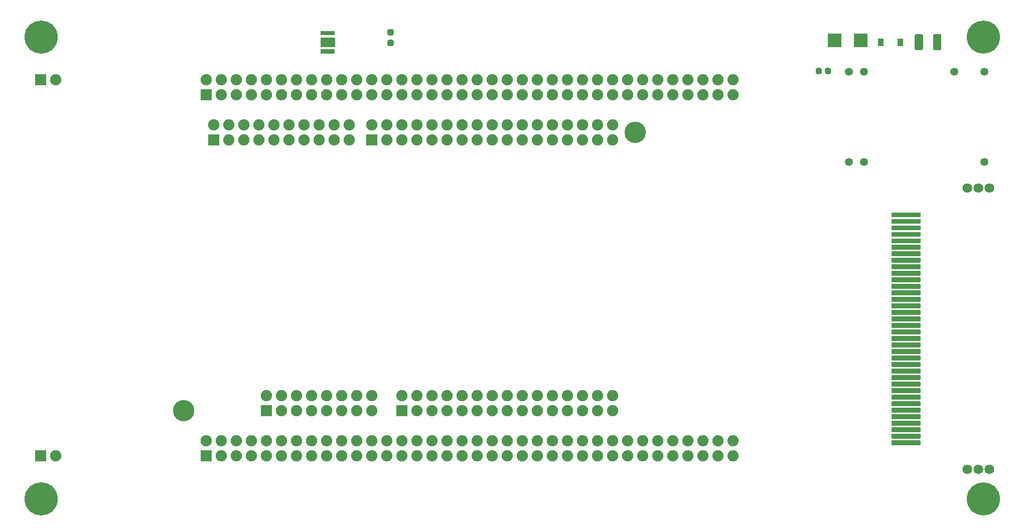
<source format=gbr>
%TF.GenerationSoftware,KiCad,Pcbnew,(5.1.8)-1*%
%TF.CreationDate,2021-01-17T18:30:32+01:00*%
%TF.ProjectId,teensy4_header_breakout,7465656e-7379-4345-9f68-65616465725f,rev?*%
%TF.SameCoordinates,Original*%
%TF.FileFunction,Soldermask,Top*%
%TF.FilePolarity,Negative*%
%FSLAX46Y46*%
G04 Gerber Fmt 4.6, Leading zero omitted, Abs format (unit mm)*
G04 Created by KiCad (PCBNEW (5.1.8)-1) date 2021-01-17 18:30:32*
%MOMM*%
%LPD*%
G01*
G04 APERTURE LIST*
%ADD10C,1.901600*%
%ADD11C,3.601600*%
%ADD12C,3.701600*%
%ADD13C,5.601600*%
%ADD14C,1.351600*%
%ADD15C,1.625600*%
%ADD16C,0.100000*%
G04 APERTURE END LIST*
%TO.C,U2*%
G36*
G01*
X86696200Y-105003600D02*
X84896200Y-105003600D01*
G75*
G02*
X84845400Y-104952800I0J50800D01*
G01*
X84845400Y-103152800D01*
G75*
G02*
X84896200Y-103102000I50800J0D01*
G01*
X86696200Y-103102000D01*
G75*
G02*
X86747000Y-103152800I0J-50800D01*
G01*
X86747000Y-104952800D01*
G75*
G02*
X86696200Y-105003600I-50800J0D01*
G01*
G37*
D10*
X85796200Y-101512800D03*
X88336200Y-104052800D03*
X88336200Y-101512800D03*
X90876200Y-104052800D03*
X90876200Y-101512800D03*
X93416200Y-104052800D03*
X93416200Y-101512800D03*
X95956200Y-104052800D03*
X95956200Y-101512800D03*
X98496200Y-104052800D03*
X98496200Y-101512800D03*
X101036200Y-104052800D03*
X101036200Y-101512800D03*
X103576200Y-104052800D03*
X103576200Y-101512800D03*
X106116200Y-104052800D03*
X106116200Y-101512800D03*
X108656200Y-104052800D03*
X108656200Y-101512800D03*
X111196200Y-104052800D03*
X111196200Y-101512800D03*
X113736200Y-104052800D03*
X113736200Y-101512800D03*
X116276200Y-104052800D03*
X116276200Y-101512800D03*
X118816200Y-104052800D03*
X118816200Y-101512800D03*
X121356200Y-104052800D03*
X121356200Y-101512800D03*
X123896200Y-104052800D03*
X123896200Y-101512800D03*
X126436200Y-104052800D03*
X126436200Y-101512800D03*
X128976200Y-104052800D03*
X128976200Y-101512800D03*
X131516200Y-104052800D03*
X131516200Y-101512800D03*
X134056200Y-104052800D03*
X134056200Y-101512800D03*
X136596200Y-104052800D03*
X136596200Y-101512800D03*
X139136200Y-104052800D03*
X139136200Y-101512800D03*
X141676200Y-104052800D03*
X141676200Y-101512800D03*
X144216200Y-104052800D03*
X144216200Y-101512800D03*
X146756200Y-104052800D03*
X146756200Y-101512800D03*
X149296200Y-104052800D03*
X149296200Y-101512800D03*
X151836200Y-104052800D03*
X151836200Y-101512800D03*
X154376200Y-104052800D03*
X154376200Y-101512800D03*
X156916200Y-104052800D03*
X156916200Y-101512800D03*
X159456200Y-104052800D03*
X159456200Y-101512800D03*
X161996200Y-104052800D03*
X161996200Y-101512800D03*
X164536200Y-104052800D03*
X164536200Y-101512800D03*
X167076200Y-104052800D03*
X167076200Y-101512800D03*
X169616200Y-104052800D03*
X169616200Y-101512800D03*
X172156200Y-104052800D03*
X172156200Y-101512800D03*
X174696200Y-104052800D03*
X174696200Y-101512800D03*
G36*
G01*
X96856200Y-97383600D02*
X95056200Y-97383600D01*
G75*
G02*
X95005400Y-97332800I0J50800D01*
G01*
X95005400Y-95532800D01*
G75*
G02*
X95056200Y-95482000I50800J0D01*
G01*
X96856200Y-95482000D01*
G75*
G02*
X96907000Y-95532800I0J-50800D01*
G01*
X96907000Y-97332800D01*
G75*
G02*
X96856200Y-97383600I-50800J0D01*
G01*
G37*
X95956200Y-93892800D03*
X98496200Y-96432800D03*
X98496200Y-93892800D03*
X101036200Y-96432800D03*
X101036200Y-93892800D03*
X103576200Y-96432800D03*
X103576200Y-93892800D03*
X106116200Y-96432800D03*
X106116200Y-93892800D03*
X108656200Y-96432800D03*
X108656200Y-93892800D03*
X111196200Y-96432800D03*
X111196200Y-93892800D03*
X113736200Y-96432800D03*
X113736200Y-93892800D03*
G36*
G01*
X119716200Y-97383600D02*
X117916200Y-97383600D01*
G75*
G02*
X117865400Y-97332800I0J50800D01*
G01*
X117865400Y-95532800D01*
G75*
G02*
X117916200Y-95482000I50800J0D01*
G01*
X119716200Y-95482000D01*
G75*
G02*
X119767000Y-95532800I0J-50800D01*
G01*
X119767000Y-97332800D01*
G75*
G02*
X119716200Y-97383600I-50800J0D01*
G01*
G37*
X118816200Y-93892800D03*
X121356200Y-96432800D03*
X121356200Y-93892800D03*
X123896200Y-96432800D03*
X123896200Y-93892800D03*
X126436200Y-96432800D03*
X126436200Y-93892800D03*
X128976200Y-96432800D03*
X128976200Y-93892800D03*
X131516200Y-96432800D03*
X131516200Y-93892800D03*
X134056200Y-96432800D03*
X134056200Y-93892800D03*
X136596200Y-96432800D03*
X136596200Y-93892800D03*
X139136200Y-96432800D03*
X139136200Y-93892800D03*
X141676200Y-96432800D03*
X141676200Y-93892800D03*
X144216200Y-96432800D03*
X144216200Y-93892800D03*
X146756200Y-96432800D03*
X146756200Y-93892800D03*
X149296200Y-96432800D03*
X149296200Y-93892800D03*
X151836200Y-96432800D03*
X151836200Y-93892800D03*
X154376200Y-96432800D03*
X154376200Y-93892800D03*
G36*
G01*
X87966200Y-51663600D02*
X86166200Y-51663600D01*
G75*
G02*
X86115400Y-51612800I0J50800D01*
G01*
X86115400Y-49812800D01*
G75*
G02*
X86166200Y-49762000I50800J0D01*
G01*
X87966200Y-49762000D01*
G75*
G02*
X88017000Y-49812800I0J-50800D01*
G01*
X88017000Y-51612800D01*
G75*
G02*
X87966200Y-51663600I-50800J0D01*
G01*
G37*
X87066200Y-48172800D03*
X89606200Y-50712800D03*
X89606200Y-48172800D03*
X92146200Y-50712800D03*
X92146200Y-48172800D03*
X94686200Y-50712800D03*
X94686200Y-48172800D03*
X97226200Y-50712800D03*
X97226200Y-48172800D03*
X99766200Y-50712800D03*
X99766200Y-48172800D03*
X102306200Y-50712800D03*
X102306200Y-48172800D03*
X104846200Y-50712800D03*
X104846200Y-48172800D03*
X107386200Y-50712800D03*
X107386200Y-48172800D03*
X109926200Y-50712800D03*
X109926200Y-48172800D03*
G36*
G01*
X114636200Y-51663600D02*
X112836200Y-51663600D01*
G75*
G02*
X112785400Y-51612800I0J50800D01*
G01*
X112785400Y-49812800D01*
G75*
G02*
X112836200Y-49762000I50800J0D01*
G01*
X114636200Y-49762000D01*
G75*
G02*
X114687000Y-49812800I0J-50800D01*
G01*
X114687000Y-51612800D01*
G75*
G02*
X114636200Y-51663600I-50800J0D01*
G01*
G37*
X113736200Y-48172800D03*
X116276200Y-50712800D03*
X116276200Y-48172800D03*
X118816200Y-50712800D03*
X118816200Y-48172800D03*
X121356200Y-50712800D03*
X121356200Y-48172800D03*
X123896200Y-50712800D03*
X123896200Y-48172800D03*
X126436200Y-50712800D03*
X126436200Y-48172800D03*
X128976200Y-50712800D03*
X128976200Y-48172800D03*
X131516200Y-50712800D03*
X131516200Y-48172800D03*
X134056200Y-50712800D03*
X134056200Y-48172800D03*
X136596200Y-50712800D03*
X136596200Y-48172800D03*
X139136200Y-50712800D03*
X139136200Y-48172800D03*
X141676200Y-50712800D03*
X141676200Y-48172800D03*
X144216200Y-50712800D03*
X144216200Y-48172800D03*
X146756200Y-50712800D03*
X146756200Y-48172800D03*
X149296200Y-50712800D03*
X149296200Y-48172800D03*
X151836200Y-50712800D03*
X151836200Y-48172800D03*
X154376200Y-50712800D03*
X154376200Y-48172800D03*
G36*
G01*
X86696200Y-44043600D02*
X84896200Y-44043600D01*
G75*
G02*
X84845400Y-43992800I0J50800D01*
G01*
X84845400Y-42192800D01*
G75*
G02*
X84896200Y-42142000I50800J0D01*
G01*
X86696200Y-42142000D01*
G75*
G02*
X86747000Y-42192800I0J-50800D01*
G01*
X86747000Y-43992800D01*
G75*
G02*
X86696200Y-44043600I-50800J0D01*
G01*
G37*
X85796200Y-40552800D03*
X88336200Y-43092800D03*
X88336200Y-40552800D03*
X90876200Y-43092800D03*
X90876200Y-40552800D03*
X93416200Y-43092800D03*
X93416200Y-40552800D03*
X95956200Y-43092800D03*
X95956200Y-40552800D03*
X98496200Y-43092800D03*
X98496200Y-40552800D03*
X101036200Y-43092800D03*
X101036200Y-40552800D03*
X103576200Y-43092800D03*
X103576200Y-40552800D03*
X106116200Y-43092800D03*
X106116200Y-40552800D03*
X108656200Y-43092800D03*
X108656200Y-40552800D03*
X111196200Y-43092800D03*
X111196200Y-40552800D03*
X113736200Y-43092800D03*
X113736200Y-40552800D03*
X116276200Y-43092800D03*
X116276200Y-40552800D03*
X118816200Y-43092800D03*
X118816200Y-40552800D03*
X121356200Y-43092800D03*
X121356200Y-40552800D03*
X123896200Y-43092800D03*
X123896200Y-40552800D03*
X126436200Y-43092800D03*
X126436200Y-40552800D03*
X128976200Y-43092800D03*
X128976200Y-40552800D03*
X131516200Y-43092800D03*
X131516200Y-40552800D03*
X134056200Y-43092800D03*
X134056200Y-40552800D03*
X136596200Y-43092800D03*
X136596200Y-40552800D03*
X139136200Y-43092800D03*
X139136200Y-40552800D03*
X141676200Y-43092800D03*
X141676200Y-40552800D03*
X144216200Y-43092800D03*
X144216200Y-40552800D03*
X146756200Y-43092800D03*
X146756200Y-40552800D03*
X149296200Y-43092800D03*
X149296200Y-40552800D03*
X151836200Y-43092800D03*
X151836200Y-40552800D03*
X154376200Y-43092800D03*
X154376200Y-40552800D03*
X156916200Y-43092800D03*
X156916200Y-40552800D03*
X159456200Y-43092800D03*
X159456200Y-40552800D03*
X161996200Y-43092800D03*
X161996200Y-40552800D03*
X164536200Y-43092800D03*
X164536200Y-40552800D03*
X167076200Y-43092800D03*
X167076200Y-40552800D03*
X169616200Y-43092800D03*
X169616200Y-40552800D03*
X172156200Y-43092800D03*
X172156200Y-40552800D03*
X174696200Y-43092800D03*
X174696200Y-40552800D03*
X60396200Y-104052800D03*
G36*
G01*
X58756200Y-105003600D02*
X56956200Y-105003600D01*
G75*
G02*
X56905400Y-104952800I0J50800D01*
G01*
X56905400Y-103152800D01*
G75*
G02*
X56956200Y-103102000I50800J0D01*
G01*
X58756200Y-103102000D01*
G75*
G02*
X58807000Y-103152800I0J-50800D01*
G01*
X58807000Y-104952800D01*
G75*
G02*
X58756200Y-105003600I-50800J0D01*
G01*
G37*
G36*
G01*
X58756200Y-41503600D02*
X56956200Y-41503600D01*
G75*
G02*
X56905400Y-41452800I0J50800D01*
G01*
X56905400Y-39652800D01*
G75*
G02*
X56956200Y-39602000I50800J0D01*
G01*
X58756200Y-39602000D01*
G75*
G02*
X58807000Y-39652800I0J-50800D01*
G01*
X58807000Y-41452800D01*
G75*
G02*
X58756200Y-41503600I-50800J0D01*
G01*
G37*
X60396200Y-40552800D03*
D11*
X81986200Y-96432800D03*
X158186200Y-49442800D03*
%TD*%
D12*
%TO.C,H4*%
X57929200Y-33302800D03*
D13*
X57929200Y-33302800D03*
%TD*%
D12*
%TO.C,H3*%
X216929200Y-33302800D03*
D13*
X216929200Y-33302800D03*
%TD*%
D12*
%TO.C,H2*%
X57929200Y-111302800D03*
D13*
X57929200Y-111302800D03*
%TD*%
D12*
%TO.C,H1*%
X216929200Y-111302800D03*
D13*
X216929200Y-111302800D03*
%TD*%
%TO.C,Z1*%
G36*
G01*
X192981000Y-35009400D02*
X190731000Y-35009400D01*
G75*
G02*
X190680200Y-34958600I0J50800D01*
G01*
X190680200Y-32808600D01*
G75*
G02*
X190731000Y-32757800I50800J0D01*
G01*
X192981000Y-32757800D01*
G75*
G02*
X193031800Y-32808600I0J-50800D01*
G01*
X193031800Y-34958600D01*
G75*
G02*
X192981000Y-35009400I-50800J0D01*
G01*
G37*
G36*
G01*
X197381000Y-35009400D02*
X195131000Y-35009400D01*
G75*
G02*
X195080200Y-34958600I0J50800D01*
G01*
X195080200Y-32808600D01*
G75*
G02*
X195131000Y-32757800I50800J0D01*
G01*
X197381000Y-32757800D01*
G75*
G02*
X197431800Y-32808600I0J-50800D01*
G01*
X197431800Y-34958600D01*
G75*
G02*
X197381000Y-35009400I-50800J0D01*
G01*
G37*
%TD*%
%TO.C,U1*%
G36*
G01*
X105524400Y-36139600D02*
X105174400Y-36139600D01*
G75*
G02*
X105123600Y-36088800I0J50800D01*
G01*
X105123600Y-35438800D01*
G75*
G02*
X105174400Y-35388000I50800J0D01*
G01*
X105524400Y-35388000D01*
G75*
G02*
X105575200Y-35438800I0J-50800D01*
G01*
X105575200Y-36088800D01*
G75*
G02*
X105524400Y-36139600I-50800J0D01*
G01*
G37*
G36*
G01*
X106174400Y-36139600D02*
X105824400Y-36139600D01*
G75*
G02*
X105773600Y-36088800I0J50800D01*
G01*
X105773600Y-35438800D01*
G75*
G02*
X105824400Y-35388000I50800J0D01*
G01*
X106174400Y-35388000D01*
G75*
G02*
X106225200Y-35438800I0J-50800D01*
G01*
X106225200Y-36088800D01*
G75*
G02*
X106174400Y-36139600I-50800J0D01*
G01*
G37*
G36*
G01*
X106824400Y-36139600D02*
X106474400Y-36139600D01*
G75*
G02*
X106423600Y-36088800I0J50800D01*
G01*
X106423600Y-35438800D01*
G75*
G02*
X106474400Y-35388000I50800J0D01*
G01*
X106824400Y-35388000D01*
G75*
G02*
X106875200Y-35438800I0J-50800D01*
G01*
X106875200Y-36088800D01*
G75*
G02*
X106824400Y-36139600I-50800J0D01*
G01*
G37*
G36*
G01*
X107474400Y-36139600D02*
X107124400Y-36139600D01*
G75*
G02*
X107073600Y-36088800I0J50800D01*
G01*
X107073600Y-35438800D01*
G75*
G02*
X107124400Y-35388000I50800J0D01*
G01*
X107474400Y-35388000D01*
G75*
G02*
X107525200Y-35438800I0J-50800D01*
G01*
X107525200Y-36088800D01*
G75*
G02*
X107474400Y-36139600I-50800J0D01*
G01*
G37*
G36*
G01*
X107474400Y-33039600D02*
X107124400Y-33039600D01*
G75*
G02*
X107073600Y-32988800I0J50800D01*
G01*
X107073600Y-32338800D01*
G75*
G02*
X107124400Y-32288000I50800J0D01*
G01*
X107474400Y-32288000D01*
G75*
G02*
X107525200Y-32338800I0J-50800D01*
G01*
X107525200Y-32988800D01*
G75*
G02*
X107474400Y-33039600I-50800J0D01*
G01*
G37*
G36*
G01*
X106824400Y-33039600D02*
X106474400Y-33039600D01*
G75*
G02*
X106423600Y-32988800I0J50800D01*
G01*
X106423600Y-32338800D01*
G75*
G02*
X106474400Y-32288000I50800J0D01*
G01*
X106824400Y-32288000D01*
G75*
G02*
X106875200Y-32338800I0J-50800D01*
G01*
X106875200Y-32988800D01*
G75*
G02*
X106824400Y-33039600I-50800J0D01*
G01*
G37*
G36*
G01*
X106174400Y-33039600D02*
X105824400Y-33039600D01*
G75*
G02*
X105773600Y-32988800I0J50800D01*
G01*
X105773600Y-32338800D01*
G75*
G02*
X105824400Y-32288000I50800J0D01*
G01*
X106174400Y-32288000D01*
G75*
G02*
X106225200Y-32338800I0J-50800D01*
G01*
X106225200Y-32988800D01*
G75*
G02*
X106174400Y-33039600I-50800J0D01*
G01*
G37*
G36*
G01*
X105524400Y-33039600D02*
X105174400Y-33039600D01*
G75*
G02*
X105123600Y-32988800I0J50800D01*
G01*
X105123600Y-32338800D01*
G75*
G02*
X105174400Y-32288000I50800J0D01*
G01*
X105524400Y-32288000D01*
G75*
G02*
X105575200Y-32338800I0J-50800D01*
G01*
X105575200Y-32988800D01*
G75*
G02*
X105524400Y-33039600I-50800J0D01*
G01*
G37*
G36*
G01*
X107524400Y-35039600D02*
X105124400Y-35039600D01*
G75*
G02*
X105073600Y-34988800I0J50800D01*
G01*
X105073600Y-33438800D01*
G75*
G02*
X105124400Y-33388000I50800J0D01*
G01*
X107524400Y-33388000D01*
G75*
G02*
X107575200Y-33438800I0J-50800D01*
G01*
X107575200Y-34988800D01*
G75*
G02*
X107524400Y-35039600I-50800J0D01*
G01*
G37*
%TD*%
%TO.C,R7*%
G36*
G01*
X116653300Y-33802500D02*
X117179100Y-33802500D01*
G75*
G02*
X117442000Y-34065400I0J-262900D01*
G01*
X117442000Y-34616200D01*
G75*
G02*
X117179100Y-34879100I-262900J0D01*
G01*
X116653300Y-34879100D01*
G75*
G02*
X116390400Y-34616200I0J262900D01*
G01*
X116390400Y-34065400D01*
G75*
G02*
X116653300Y-33802500I262900J0D01*
G01*
G37*
G36*
G01*
X116653300Y-31977500D02*
X117179100Y-31977500D01*
G75*
G02*
X117442000Y-32240400I0J-262900D01*
G01*
X117442000Y-32791200D01*
G75*
G02*
X117179100Y-33054100I-262900J0D01*
G01*
X116653300Y-33054100D01*
G75*
G02*
X116390400Y-32791200I0J262900D01*
G01*
X116390400Y-32240400D01*
G75*
G02*
X116653300Y-31977500I262900J0D01*
G01*
G37*
%TD*%
D14*
%TO.C,PS1*%
X194310000Y-54432200D03*
X196850000Y-54432200D03*
X217170000Y-54432200D03*
X217170000Y-39192200D03*
X212090000Y-39192200D03*
X196850000Y-39192200D03*
X194310000Y-39192200D03*
%TD*%
%TO.C,MX1*%
G36*
G01*
X206288341Y-63734480D02*
X201488339Y-63734480D01*
G75*
G02*
X201437540Y-63683681I0J50799D01*
G01*
X201437540Y-62983679D01*
G75*
G02*
X201488339Y-62932880I50799J0D01*
G01*
X206288341Y-62932880D01*
G75*
G02*
X206339140Y-62983679I0J-50799D01*
G01*
X206339140Y-63683681D01*
G75*
G02*
X206288341Y-63734480I-50799J0D01*
G01*
G37*
G36*
G01*
X206288341Y-64834480D02*
X201488339Y-64834480D01*
G75*
G02*
X201437540Y-64783681I0J50799D01*
G01*
X201437540Y-64083679D01*
G75*
G02*
X201488339Y-64032880I50799J0D01*
G01*
X206288341Y-64032880D01*
G75*
G02*
X206339140Y-64083679I0J-50799D01*
G01*
X206339140Y-64783681D01*
G75*
G02*
X206288341Y-64834480I-50799J0D01*
G01*
G37*
G36*
G01*
X206288341Y-65934480D02*
X201488339Y-65934480D01*
G75*
G02*
X201437540Y-65883681I0J50799D01*
G01*
X201437540Y-65183679D01*
G75*
G02*
X201488339Y-65132880I50799J0D01*
G01*
X206288341Y-65132880D01*
G75*
G02*
X206339140Y-65183679I0J-50799D01*
G01*
X206339140Y-65883681D01*
G75*
G02*
X206288341Y-65934480I-50799J0D01*
G01*
G37*
G36*
G01*
X206288341Y-67034480D02*
X201488339Y-67034480D01*
G75*
G02*
X201437540Y-66983681I0J50799D01*
G01*
X201437540Y-66283679D01*
G75*
G02*
X201488339Y-66232880I50799J0D01*
G01*
X206288341Y-66232880D01*
G75*
G02*
X206339140Y-66283679I0J-50799D01*
G01*
X206339140Y-66983681D01*
G75*
G02*
X206288341Y-67034480I-50799J0D01*
G01*
G37*
G36*
G01*
X206288341Y-68134480D02*
X201488339Y-68134480D01*
G75*
G02*
X201437540Y-68083681I0J50799D01*
G01*
X201437540Y-67383679D01*
G75*
G02*
X201488339Y-67332880I50799J0D01*
G01*
X206288341Y-67332880D01*
G75*
G02*
X206339140Y-67383679I0J-50799D01*
G01*
X206339140Y-68083681D01*
G75*
G02*
X206288341Y-68134480I-50799J0D01*
G01*
G37*
G36*
G01*
X206288341Y-69234480D02*
X201488339Y-69234480D01*
G75*
G02*
X201437540Y-69183681I0J50799D01*
G01*
X201437540Y-68483679D01*
G75*
G02*
X201488339Y-68432880I50799J0D01*
G01*
X206288341Y-68432880D01*
G75*
G02*
X206339140Y-68483679I0J-50799D01*
G01*
X206339140Y-69183681D01*
G75*
G02*
X206288341Y-69234480I-50799J0D01*
G01*
G37*
G36*
G01*
X206288341Y-70334480D02*
X201488339Y-70334480D01*
G75*
G02*
X201437540Y-70283681I0J50799D01*
G01*
X201437540Y-69583679D01*
G75*
G02*
X201488339Y-69532880I50799J0D01*
G01*
X206288341Y-69532880D01*
G75*
G02*
X206339140Y-69583679I0J-50799D01*
G01*
X206339140Y-70283681D01*
G75*
G02*
X206288341Y-70334480I-50799J0D01*
G01*
G37*
G36*
G01*
X206288341Y-71434480D02*
X201488339Y-71434480D01*
G75*
G02*
X201437540Y-71383681I0J50799D01*
G01*
X201437540Y-70683679D01*
G75*
G02*
X201488339Y-70632880I50799J0D01*
G01*
X206288341Y-70632880D01*
G75*
G02*
X206339140Y-70683679I0J-50799D01*
G01*
X206339140Y-71383681D01*
G75*
G02*
X206288341Y-71434480I-50799J0D01*
G01*
G37*
G36*
G01*
X206288341Y-72534480D02*
X201488339Y-72534480D01*
G75*
G02*
X201437540Y-72483681I0J50799D01*
G01*
X201437540Y-71783679D01*
G75*
G02*
X201488339Y-71732880I50799J0D01*
G01*
X206288341Y-71732880D01*
G75*
G02*
X206339140Y-71783679I0J-50799D01*
G01*
X206339140Y-72483681D01*
G75*
G02*
X206288341Y-72534480I-50799J0D01*
G01*
G37*
G36*
G01*
X206288341Y-73634480D02*
X201488339Y-73634480D01*
G75*
G02*
X201437540Y-73583681I0J50799D01*
G01*
X201437540Y-72883679D01*
G75*
G02*
X201488339Y-72832880I50799J0D01*
G01*
X206288341Y-72832880D01*
G75*
G02*
X206339140Y-72883679I0J-50799D01*
G01*
X206339140Y-73583681D01*
G75*
G02*
X206288341Y-73634480I-50799J0D01*
G01*
G37*
G36*
G01*
X206288341Y-74734480D02*
X201488339Y-74734480D01*
G75*
G02*
X201437540Y-74683681I0J50799D01*
G01*
X201437540Y-73983679D01*
G75*
G02*
X201488339Y-73932880I50799J0D01*
G01*
X206288341Y-73932880D01*
G75*
G02*
X206339140Y-73983679I0J-50799D01*
G01*
X206339140Y-74683681D01*
G75*
G02*
X206288341Y-74734480I-50799J0D01*
G01*
G37*
G36*
G01*
X206288341Y-75834480D02*
X201488339Y-75834480D01*
G75*
G02*
X201437540Y-75783681I0J50799D01*
G01*
X201437540Y-75083679D01*
G75*
G02*
X201488339Y-75032880I50799J0D01*
G01*
X206288341Y-75032880D01*
G75*
G02*
X206339140Y-75083679I0J-50799D01*
G01*
X206339140Y-75783681D01*
G75*
G02*
X206288341Y-75834480I-50799J0D01*
G01*
G37*
G36*
G01*
X206288341Y-76934480D02*
X201488339Y-76934480D01*
G75*
G02*
X201437540Y-76883681I0J50799D01*
G01*
X201437540Y-76183679D01*
G75*
G02*
X201488339Y-76132880I50799J0D01*
G01*
X206288341Y-76132880D01*
G75*
G02*
X206339140Y-76183679I0J-50799D01*
G01*
X206339140Y-76883681D01*
G75*
G02*
X206288341Y-76934480I-50799J0D01*
G01*
G37*
G36*
G01*
X206288341Y-78034480D02*
X201488339Y-78034480D01*
G75*
G02*
X201437540Y-77983681I0J50799D01*
G01*
X201437540Y-77283679D01*
G75*
G02*
X201488339Y-77232880I50799J0D01*
G01*
X206288341Y-77232880D01*
G75*
G02*
X206339140Y-77283679I0J-50799D01*
G01*
X206339140Y-77983681D01*
G75*
G02*
X206288341Y-78034480I-50799J0D01*
G01*
G37*
G36*
G01*
X206288341Y-79134480D02*
X201488339Y-79134480D01*
G75*
G02*
X201437540Y-79083681I0J50799D01*
G01*
X201437540Y-78383679D01*
G75*
G02*
X201488339Y-78332880I50799J0D01*
G01*
X206288341Y-78332880D01*
G75*
G02*
X206339140Y-78383679I0J-50799D01*
G01*
X206339140Y-79083681D01*
G75*
G02*
X206288341Y-79134480I-50799J0D01*
G01*
G37*
G36*
G01*
X206288341Y-80234480D02*
X201488339Y-80234480D01*
G75*
G02*
X201437540Y-80183681I0J50799D01*
G01*
X201437540Y-79483679D01*
G75*
G02*
X201488339Y-79432880I50799J0D01*
G01*
X206288341Y-79432880D01*
G75*
G02*
X206339140Y-79483679I0J-50799D01*
G01*
X206339140Y-80183681D01*
G75*
G02*
X206288341Y-80234480I-50799J0D01*
G01*
G37*
G36*
G01*
X206288341Y-81334480D02*
X201488339Y-81334480D01*
G75*
G02*
X201437540Y-81283681I0J50799D01*
G01*
X201437540Y-80583679D01*
G75*
G02*
X201488339Y-80532880I50799J0D01*
G01*
X206288341Y-80532880D01*
G75*
G02*
X206339140Y-80583679I0J-50799D01*
G01*
X206339140Y-81283681D01*
G75*
G02*
X206288341Y-81334480I-50799J0D01*
G01*
G37*
G36*
G01*
X206288341Y-82434480D02*
X201488339Y-82434480D01*
G75*
G02*
X201437540Y-82383681I0J50799D01*
G01*
X201437540Y-81683679D01*
G75*
G02*
X201488339Y-81632880I50799J0D01*
G01*
X206288341Y-81632880D01*
G75*
G02*
X206339140Y-81683679I0J-50799D01*
G01*
X206339140Y-82383681D01*
G75*
G02*
X206288341Y-82434480I-50799J0D01*
G01*
G37*
G36*
G01*
X206288341Y-83534480D02*
X201488339Y-83534480D01*
G75*
G02*
X201437540Y-83483681I0J50799D01*
G01*
X201437540Y-82783679D01*
G75*
G02*
X201488339Y-82732880I50799J0D01*
G01*
X206288341Y-82732880D01*
G75*
G02*
X206339140Y-82783679I0J-50799D01*
G01*
X206339140Y-83483681D01*
G75*
G02*
X206288341Y-83534480I-50799J0D01*
G01*
G37*
G36*
G01*
X206288341Y-84634480D02*
X201488339Y-84634480D01*
G75*
G02*
X201437540Y-84583681I0J50799D01*
G01*
X201437540Y-83883679D01*
G75*
G02*
X201488339Y-83832880I50799J0D01*
G01*
X206288341Y-83832880D01*
G75*
G02*
X206339140Y-83883679I0J-50799D01*
G01*
X206339140Y-84583681D01*
G75*
G02*
X206288341Y-84634480I-50799J0D01*
G01*
G37*
G36*
G01*
X206288341Y-85734480D02*
X201488339Y-85734480D01*
G75*
G02*
X201437540Y-85683681I0J50799D01*
G01*
X201437540Y-84983679D01*
G75*
G02*
X201488339Y-84932880I50799J0D01*
G01*
X206288341Y-84932880D01*
G75*
G02*
X206339140Y-84983679I0J-50799D01*
G01*
X206339140Y-85683681D01*
G75*
G02*
X206288341Y-85734480I-50799J0D01*
G01*
G37*
G36*
G01*
X206288341Y-86834480D02*
X201488339Y-86834480D01*
G75*
G02*
X201437540Y-86783681I0J50799D01*
G01*
X201437540Y-86083679D01*
G75*
G02*
X201488339Y-86032880I50799J0D01*
G01*
X206288341Y-86032880D01*
G75*
G02*
X206339140Y-86083679I0J-50799D01*
G01*
X206339140Y-86783681D01*
G75*
G02*
X206288341Y-86834480I-50799J0D01*
G01*
G37*
G36*
G01*
X206288341Y-87934480D02*
X201488339Y-87934480D01*
G75*
G02*
X201437540Y-87883681I0J50799D01*
G01*
X201437540Y-87183679D01*
G75*
G02*
X201488339Y-87132880I50799J0D01*
G01*
X206288341Y-87132880D01*
G75*
G02*
X206339140Y-87183679I0J-50799D01*
G01*
X206339140Y-87883681D01*
G75*
G02*
X206288341Y-87934480I-50799J0D01*
G01*
G37*
G36*
G01*
X206288341Y-89034480D02*
X201488339Y-89034480D01*
G75*
G02*
X201437540Y-88983681I0J50799D01*
G01*
X201437540Y-88283679D01*
G75*
G02*
X201488339Y-88232880I50799J0D01*
G01*
X206288341Y-88232880D01*
G75*
G02*
X206339140Y-88283679I0J-50799D01*
G01*
X206339140Y-88983681D01*
G75*
G02*
X206288341Y-89034480I-50799J0D01*
G01*
G37*
G36*
G01*
X206288341Y-90134480D02*
X201488339Y-90134480D01*
G75*
G02*
X201437540Y-90083681I0J50799D01*
G01*
X201437540Y-89383679D01*
G75*
G02*
X201488339Y-89332880I50799J0D01*
G01*
X206288341Y-89332880D01*
G75*
G02*
X206339140Y-89383679I0J-50799D01*
G01*
X206339140Y-90083681D01*
G75*
G02*
X206288341Y-90134480I-50799J0D01*
G01*
G37*
G36*
G01*
X206288341Y-91234480D02*
X201488339Y-91234480D01*
G75*
G02*
X201437540Y-91183681I0J50799D01*
G01*
X201437540Y-90483679D01*
G75*
G02*
X201488339Y-90432880I50799J0D01*
G01*
X206288341Y-90432880D01*
G75*
G02*
X206339140Y-90483679I0J-50799D01*
G01*
X206339140Y-91183681D01*
G75*
G02*
X206288341Y-91234480I-50799J0D01*
G01*
G37*
G36*
G01*
X206288341Y-92334480D02*
X201488339Y-92334480D01*
G75*
G02*
X201437540Y-92283681I0J50799D01*
G01*
X201437540Y-91583679D01*
G75*
G02*
X201488339Y-91532880I50799J0D01*
G01*
X206288341Y-91532880D01*
G75*
G02*
X206339140Y-91583679I0J-50799D01*
G01*
X206339140Y-92283681D01*
G75*
G02*
X206288341Y-92334480I-50799J0D01*
G01*
G37*
G36*
G01*
X206288341Y-93434480D02*
X201488339Y-93434480D01*
G75*
G02*
X201437540Y-93383681I0J50799D01*
G01*
X201437540Y-92683679D01*
G75*
G02*
X201488339Y-92632880I50799J0D01*
G01*
X206288341Y-92632880D01*
G75*
G02*
X206339140Y-92683679I0J-50799D01*
G01*
X206339140Y-93383681D01*
G75*
G02*
X206288341Y-93434480I-50799J0D01*
G01*
G37*
G36*
G01*
X206288341Y-94534480D02*
X201488339Y-94534480D01*
G75*
G02*
X201437540Y-94483681I0J50799D01*
G01*
X201437540Y-93783679D01*
G75*
G02*
X201488339Y-93732880I50799J0D01*
G01*
X206288341Y-93732880D01*
G75*
G02*
X206339140Y-93783679I0J-50799D01*
G01*
X206339140Y-94483681D01*
G75*
G02*
X206288341Y-94534480I-50799J0D01*
G01*
G37*
G36*
G01*
X206288341Y-95634480D02*
X201488339Y-95634480D01*
G75*
G02*
X201437540Y-95583681I0J50799D01*
G01*
X201437540Y-94883679D01*
G75*
G02*
X201488339Y-94832880I50799J0D01*
G01*
X206288341Y-94832880D01*
G75*
G02*
X206339140Y-94883679I0J-50799D01*
G01*
X206339140Y-95583681D01*
G75*
G02*
X206288341Y-95634480I-50799J0D01*
G01*
G37*
G36*
G01*
X206288341Y-96734480D02*
X201488339Y-96734480D01*
G75*
G02*
X201437540Y-96683681I0J50799D01*
G01*
X201437540Y-95983679D01*
G75*
G02*
X201488339Y-95932880I50799J0D01*
G01*
X206288341Y-95932880D01*
G75*
G02*
X206339140Y-95983679I0J-50799D01*
G01*
X206339140Y-96683681D01*
G75*
G02*
X206288341Y-96734480I-50799J0D01*
G01*
G37*
G36*
G01*
X206288341Y-97834480D02*
X201488339Y-97834480D01*
G75*
G02*
X201437540Y-97783681I0J50799D01*
G01*
X201437540Y-97083679D01*
G75*
G02*
X201488339Y-97032880I50799J0D01*
G01*
X206288341Y-97032880D01*
G75*
G02*
X206339140Y-97083679I0J-50799D01*
G01*
X206339140Y-97783681D01*
G75*
G02*
X206288341Y-97834480I-50799J0D01*
G01*
G37*
G36*
G01*
X206288341Y-98934480D02*
X201488339Y-98934480D01*
G75*
G02*
X201437540Y-98883681I0J50799D01*
G01*
X201437540Y-98183679D01*
G75*
G02*
X201488339Y-98132880I50799J0D01*
G01*
X206288341Y-98132880D01*
G75*
G02*
X206339140Y-98183679I0J-50799D01*
G01*
X206339140Y-98883681D01*
G75*
G02*
X206288341Y-98934480I-50799J0D01*
G01*
G37*
G36*
G01*
X206288341Y-100034480D02*
X201488339Y-100034480D01*
G75*
G02*
X201437540Y-99983681I0J50799D01*
G01*
X201437540Y-99283679D01*
G75*
G02*
X201488339Y-99232880I50799J0D01*
G01*
X206288341Y-99232880D01*
G75*
G02*
X206339140Y-99283679I0J-50799D01*
G01*
X206339140Y-99983681D01*
G75*
G02*
X206288341Y-100034480I-50799J0D01*
G01*
G37*
G36*
G01*
X206288341Y-101134480D02*
X201488339Y-101134480D01*
G75*
G02*
X201437540Y-101083681I0J50799D01*
G01*
X201437540Y-100383679D01*
G75*
G02*
X201488339Y-100332880I50799J0D01*
G01*
X206288341Y-100332880D01*
G75*
G02*
X206339140Y-100383679I0J-50799D01*
G01*
X206339140Y-101083681D01*
G75*
G02*
X206288341Y-101134480I-50799J0D01*
G01*
G37*
G36*
G01*
X206288341Y-102234480D02*
X201488339Y-102234480D01*
G75*
G02*
X201437540Y-102183681I0J50799D01*
G01*
X201437540Y-101483679D01*
G75*
G02*
X201488339Y-101432880I50799J0D01*
G01*
X206288341Y-101432880D01*
G75*
G02*
X206339140Y-101483679I0J-50799D01*
G01*
X206339140Y-102183681D01*
G75*
G02*
X206288341Y-102234480I-50799J0D01*
G01*
G37*
D15*
X214241180Y-106325400D03*
X214241180Y-58825400D03*
X216091180Y-106325400D03*
X216091180Y-58825400D03*
X217941180Y-106325400D03*
X217941180Y-58825400D03*
%TD*%
%TO.C,F1*%
G36*
G01*
X206770400Y-33082138D02*
X206770400Y-35294662D01*
G75*
G02*
X206500862Y-35564200I-269538J0D01*
G01*
X205638338Y-35564200D01*
G75*
G02*
X205368800Y-35294662I0J269538D01*
G01*
X205368800Y-33082138D01*
G75*
G02*
X205638338Y-32812600I269538J0D01*
G01*
X206500862Y-32812600D01*
G75*
G02*
X206770400Y-33082138I0J-269538D01*
G01*
G37*
G36*
G01*
X209870400Y-33082138D02*
X209870400Y-35294662D01*
G75*
G02*
X209600862Y-35564200I-269538J0D01*
G01*
X208738338Y-35564200D01*
G75*
G02*
X208468800Y-35294662I0J269538D01*
G01*
X208468800Y-33082138D01*
G75*
G02*
X208738338Y-32812600I269538J0D01*
G01*
X209600862Y-32812600D01*
G75*
G02*
X209870400Y-33082138I0J-269538D01*
G01*
G37*
%TD*%
%TO.C,D1*%
G36*
G01*
X199144200Y-34813800D02*
X199144200Y-33613800D01*
G75*
G02*
X199195000Y-33563000I50800J0D01*
G01*
X200095000Y-33563000D01*
G75*
G02*
X200145800Y-33613800I0J-50800D01*
G01*
X200145800Y-34813800D01*
G75*
G02*
X200095000Y-34864600I-50800J0D01*
G01*
X199195000Y-34864600D01*
G75*
G02*
X199144200Y-34813800I0J50800D01*
G01*
G37*
G36*
G01*
X202444200Y-34813800D02*
X202444200Y-33613800D01*
G75*
G02*
X202495000Y-33563000I50800J0D01*
G01*
X203395000Y-33563000D01*
G75*
G02*
X203445800Y-33613800I0J-50800D01*
G01*
X203445800Y-34813800D01*
G75*
G02*
X203395000Y-34864600I-50800J0D01*
G01*
X202495000Y-34864600D01*
G75*
G02*
X202444200Y-34813800I0J50800D01*
G01*
G37*
%TD*%
%TO.C,C7*%
G36*
G01*
X188690800Y-39340600D02*
X188690800Y-38789800D01*
G75*
G02*
X188941200Y-38539400I250400J0D01*
G01*
X189442000Y-38539400D01*
G75*
G02*
X189692400Y-38789800I0J-250400D01*
G01*
X189692400Y-39340600D01*
G75*
G02*
X189442000Y-39591000I-250400J0D01*
G01*
X188941200Y-39591000D01*
G75*
G02*
X188690800Y-39340600I0J250400D01*
G01*
G37*
G36*
G01*
X190240800Y-39340600D02*
X190240800Y-38789800D01*
G75*
G02*
X190491200Y-38539400I250400J0D01*
G01*
X190992000Y-38539400D01*
G75*
G02*
X191242400Y-38789800I0J-250400D01*
G01*
X191242400Y-39340600D01*
G75*
G02*
X190992000Y-39591000I-250400J0D01*
G01*
X190491200Y-39591000D01*
G75*
G02*
X190240800Y-39340600I0J250400D01*
G01*
G37*
%TD*%
D16*
G36*
X217138455Y-106220733D02*
G01*
X217138957Y-106222490D01*
X217134294Y-106245931D01*
X217134294Y-106404869D01*
X217138957Y-106428311D01*
X217138314Y-106430205D01*
X217136352Y-106430595D01*
X217135081Y-106429282D01*
X217129807Y-106411896D01*
X217118442Y-106390633D01*
X217103147Y-106371996D01*
X217084510Y-106356700D01*
X217063247Y-106345335D01*
X217040172Y-106338335D01*
X217016181Y-106335972D01*
X216992189Y-106338335D01*
X216969114Y-106345335D01*
X216947851Y-106356700D01*
X216929214Y-106371995D01*
X216913918Y-106390632D01*
X216902553Y-106411895D01*
X216897279Y-106429281D01*
X216895819Y-106430648D01*
X216893905Y-106430067D01*
X216893403Y-106428310D01*
X216898066Y-106404869D01*
X216898066Y-106245931D01*
X216893403Y-106222489D01*
X216894046Y-106220595D01*
X216896008Y-106220205D01*
X216897279Y-106221518D01*
X216902553Y-106238904D01*
X216913918Y-106260167D01*
X216929213Y-106278804D01*
X216947850Y-106294100D01*
X216969113Y-106305465D01*
X216992188Y-106312465D01*
X217016179Y-106314828D01*
X217040171Y-106312465D01*
X217063246Y-106305465D01*
X217084509Y-106294100D01*
X217103146Y-106278805D01*
X217118442Y-106260168D01*
X217129807Y-106238905D01*
X217135081Y-106221519D01*
X217136541Y-106220152D01*
X217138455Y-106220733D01*
G37*
G36*
X215288455Y-106220733D02*
G01*
X215288957Y-106222490D01*
X215284294Y-106245931D01*
X215284294Y-106404869D01*
X215288957Y-106428311D01*
X215288314Y-106430205D01*
X215286352Y-106430595D01*
X215285081Y-106429282D01*
X215279807Y-106411896D01*
X215268442Y-106390633D01*
X215253147Y-106371996D01*
X215234510Y-106356700D01*
X215213247Y-106345335D01*
X215190172Y-106338335D01*
X215166181Y-106335972D01*
X215142189Y-106338335D01*
X215119114Y-106345335D01*
X215097851Y-106356700D01*
X215079214Y-106371995D01*
X215063918Y-106390632D01*
X215052553Y-106411895D01*
X215047279Y-106429281D01*
X215045819Y-106430648D01*
X215043905Y-106430067D01*
X215043403Y-106428310D01*
X215048066Y-106404869D01*
X215048066Y-106245931D01*
X215043403Y-106222489D01*
X215044046Y-106220595D01*
X215046008Y-106220205D01*
X215047279Y-106221518D01*
X215052553Y-106238904D01*
X215063918Y-106260167D01*
X215079213Y-106278804D01*
X215097850Y-106294100D01*
X215119113Y-106305465D01*
X215142188Y-106312465D01*
X215166179Y-106314828D01*
X215190171Y-106312465D01*
X215213246Y-106305465D01*
X215234509Y-106294100D01*
X215253146Y-106278805D01*
X215268442Y-106260168D01*
X215279807Y-106238905D01*
X215285081Y-106221519D01*
X215286541Y-106220152D01*
X215288455Y-106220733D01*
G37*
G36*
X217138455Y-58720733D02*
G01*
X217138957Y-58722490D01*
X217134294Y-58745931D01*
X217134294Y-58904869D01*
X217138957Y-58928311D01*
X217138314Y-58930205D01*
X217136352Y-58930595D01*
X217135081Y-58929282D01*
X217129807Y-58911896D01*
X217118442Y-58890633D01*
X217103147Y-58871996D01*
X217084510Y-58856700D01*
X217063247Y-58845335D01*
X217040172Y-58838335D01*
X217016181Y-58835972D01*
X216992189Y-58838335D01*
X216969114Y-58845335D01*
X216947851Y-58856700D01*
X216929214Y-58871995D01*
X216913918Y-58890632D01*
X216902553Y-58911895D01*
X216897279Y-58929281D01*
X216895819Y-58930648D01*
X216893905Y-58930067D01*
X216893403Y-58928310D01*
X216898066Y-58904869D01*
X216898066Y-58745931D01*
X216893403Y-58722489D01*
X216894046Y-58720595D01*
X216896008Y-58720205D01*
X216897279Y-58721518D01*
X216902553Y-58738904D01*
X216913918Y-58760167D01*
X216929213Y-58778804D01*
X216947850Y-58794100D01*
X216969113Y-58805465D01*
X216992188Y-58812465D01*
X217016179Y-58814828D01*
X217040171Y-58812465D01*
X217063246Y-58805465D01*
X217084509Y-58794100D01*
X217103146Y-58778805D01*
X217118442Y-58760168D01*
X217129807Y-58738905D01*
X217135081Y-58721519D01*
X217136541Y-58720152D01*
X217138455Y-58720733D01*
G37*
G36*
X215288455Y-58720733D02*
G01*
X215288957Y-58722490D01*
X215284294Y-58745931D01*
X215284294Y-58904869D01*
X215288957Y-58928311D01*
X215288314Y-58930205D01*
X215286352Y-58930595D01*
X215285081Y-58929282D01*
X215279807Y-58911896D01*
X215268442Y-58890633D01*
X215253147Y-58871996D01*
X215234510Y-58856700D01*
X215213247Y-58845335D01*
X215190172Y-58838335D01*
X215166181Y-58835972D01*
X215142189Y-58838335D01*
X215119114Y-58845335D01*
X215097851Y-58856700D01*
X215079214Y-58871995D01*
X215063918Y-58890632D01*
X215052553Y-58911895D01*
X215047279Y-58929281D01*
X215045819Y-58930648D01*
X215043905Y-58930067D01*
X215043403Y-58928310D01*
X215048066Y-58904869D01*
X215048066Y-58745931D01*
X215043403Y-58722489D01*
X215044046Y-58720595D01*
X215046008Y-58720205D01*
X215047279Y-58721518D01*
X215052553Y-58738904D01*
X215063918Y-58760167D01*
X215079213Y-58778804D01*
X215097850Y-58794100D01*
X215119113Y-58805465D01*
X215142188Y-58812465D01*
X215166179Y-58814828D01*
X215190171Y-58812465D01*
X215213246Y-58805465D01*
X215234509Y-58794100D01*
X215253146Y-58778805D01*
X215268442Y-58760168D01*
X215279807Y-58738905D01*
X215285081Y-58721519D01*
X215286541Y-58720152D01*
X215288455Y-58720733D01*
G37*
G36*
X107075332Y-35387000D02*
G01*
X107075600Y-35388000D01*
X107075600Y-36139600D01*
X107074600Y-36141332D01*
X107073600Y-36141600D01*
X106875200Y-36141600D01*
X106873468Y-36140600D01*
X106873200Y-36139600D01*
X106873200Y-35390000D01*
X106425600Y-35390000D01*
X106425600Y-36139600D01*
X106424600Y-36141332D01*
X106423600Y-36141600D01*
X106225200Y-36141600D01*
X106223468Y-36140600D01*
X106223200Y-36139600D01*
X106223200Y-35390000D01*
X105775600Y-35390000D01*
X105775600Y-36139600D01*
X105774600Y-36141332D01*
X105773600Y-36141600D01*
X105575200Y-36141600D01*
X105573468Y-36140600D01*
X105573200Y-36139600D01*
X105573200Y-35388000D01*
X105574200Y-35386268D01*
X105575200Y-35386000D01*
X107073600Y-35386000D01*
X107075332Y-35387000D01*
G37*
G36*
X107075332Y-32287000D02*
G01*
X107075600Y-32288000D01*
X107075600Y-33039600D01*
X107074600Y-33041332D01*
X107073600Y-33041600D01*
X106875200Y-33041600D01*
X106873468Y-33040600D01*
X106873200Y-33039600D01*
X106873200Y-32290000D01*
X106425600Y-32290000D01*
X106425600Y-33039600D01*
X106424600Y-33041332D01*
X106423600Y-33041600D01*
X106225200Y-33041600D01*
X106223468Y-33040600D01*
X106223200Y-33039600D01*
X106223200Y-32290000D01*
X105775600Y-32290000D01*
X105775600Y-33039600D01*
X105774600Y-33041332D01*
X105773600Y-33041600D01*
X105575200Y-33041600D01*
X105573468Y-33040600D01*
X105573200Y-33039600D01*
X105573200Y-32288000D01*
X105574200Y-32286268D01*
X105575200Y-32286000D01*
X107073600Y-32286000D01*
X107075332Y-32287000D01*
G37*
M02*

</source>
